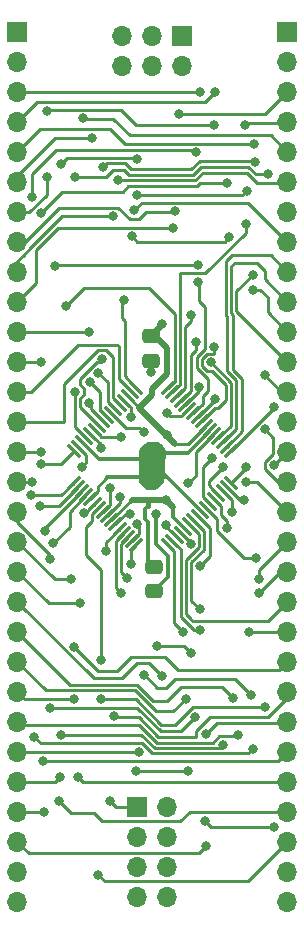
<source format=gbr>
%TF.GenerationSoftware,KiCad,Pcbnew,7.0.6-0*%
%TF.CreationDate,2023-07-25T21:46:34-07:00*%
%TF.ProjectId,84CP02,38344350-3032-42e6-9b69-6361645f7063,rev?*%
%TF.SameCoordinates,Original*%
%TF.FileFunction,Copper,L1,Top*%
%TF.FilePolarity,Positive*%
%FSLAX46Y46*%
G04 Gerber Fmt 4.6, Leading zero omitted, Abs format (unit mm)*
G04 Created by KiCad (PCBNEW 7.0.6-0) date 2023-07-25 21:46:34*
%MOMM*%
%LPD*%
G01*
G04 APERTURE LIST*
G04 Aperture macros list*
%AMRoundRect*
0 Rectangle with rounded corners*
0 $1 Rounding radius*
0 $2 $3 $4 $5 $6 $7 $8 $9 X,Y pos of 4 corners*
0 Add a 4 corners polygon primitive as box body*
4,1,4,$2,$3,$4,$5,$6,$7,$8,$9,$2,$3,0*
0 Add four circle primitives for the rounded corners*
1,1,$1+$1,$2,$3*
1,1,$1+$1,$4,$5*
1,1,$1+$1,$6,$7*
1,1,$1+$1,$8,$9*
0 Add four rect primitives between the rounded corners*
20,1,$1+$1,$2,$3,$4,$5,0*
20,1,$1+$1,$4,$5,$6,$7,0*
20,1,$1+$1,$6,$7,$8,$9,0*
20,1,$1+$1,$8,$9,$2,$3,0*%
G04 Aperture macros list end*
%TA.AperFunction,ComponentPad*%
%ADD10R,1.700000X1.700000*%
%TD*%
%TA.AperFunction,ComponentPad*%
%ADD11O,1.700000X1.700000*%
%TD*%
%TA.AperFunction,SMDPad,CuDef*%
%ADD12RoundRect,0.250000X-0.475000X0.337500X-0.475000X-0.337500X0.475000X-0.337500X0.475000X0.337500X0*%
%TD*%
%TA.AperFunction,SMDPad,CuDef*%
%ADD13RoundRect,0.075000X-0.521491X0.415425X0.415425X-0.521491X0.521491X-0.415425X-0.415425X0.521491X0*%
%TD*%
%TA.AperFunction,SMDPad,CuDef*%
%ADD14RoundRect,0.075000X-0.521491X-0.415425X-0.415425X-0.521491X0.521491X0.415425X0.415425X0.521491X0*%
%TD*%
%TA.AperFunction,ViaPad*%
%ADD15C,0.800000*%
%TD*%
%TA.AperFunction,Conductor*%
%ADD16C,0.350000*%
%TD*%
%TA.AperFunction,Conductor*%
%ADD17C,0.400000*%
%TD*%
%TA.AperFunction,Conductor*%
%ADD18C,0.500000*%
%TD*%
%TA.AperFunction,Conductor*%
%ADD19C,0.250000*%
%TD*%
G04 APERTURE END LIST*
D10*
%TO.P,J3,1,Pin_1*%
%TO.N,Net-(J3-Pin_1)*%
X145796000Y-122174000D03*
D11*
%TO.P,J3,2,Pin_2*%
%TO.N,GND*%
X148336000Y-122174000D03*
%TO.P,J3,3,Pin_3*%
%TO.N,Net-(J3-Pin_3)*%
X145796000Y-124714000D03*
%TO.P,J3,4,Pin_4*%
%TO.N,GND*%
X148336000Y-124714000D03*
%TO.P,J3,5,Pin_5*%
%TO.N,Net-(J3-Pin_5)*%
X145796000Y-127254000D03*
%TO.P,J3,6,Pin_6*%
%TO.N,GND*%
X148336000Y-127254000D03*
%TO.P,J3,7,Pin_7*%
%TO.N,Net-(J3-Pin_7)*%
X145796000Y-129794000D03*
%TO.P,J3,8,Pin_8*%
%TO.N,GND*%
X148336000Y-129794000D03*
%TD*%
D10*
%TO.P,J4,1,Pin_1*%
%TO.N,VCC*%
X149606000Y-56896000D03*
D11*
%TO.P,J4,2,Pin_2*%
%TO.N,GND*%
X149606000Y-59436000D03*
%TO.P,J4,3,Pin_3*%
%TO.N,VCC*%
X147066000Y-56896000D03*
%TO.P,J4,4,Pin_4*%
%TO.N,GND*%
X147066000Y-59436000D03*
%TO.P,J4,5,Pin_5*%
%TO.N,VCC*%
X144526000Y-56896000D03*
%TO.P,J4,6,Pin_6*%
%TO.N,GND*%
X144526000Y-59436000D03*
%TD*%
D12*
%TO.P,C1,1*%
%TO.N,VCC*%
X146939000Y-82296000D03*
%TO.P,C1,2*%
%TO.N,GND*%
X146939000Y-84371000D03*
%TD*%
D13*
%TO.P,U1,1,P1*%
%TO.N,/J2-17*%
X145713658Y-86689357D03*
%TO.P,U1,2,I/O/GTS2*%
%TO.N,/J1-13*%
X145360105Y-87042911D03*
%TO.P,U1,3,VCC*%
%TO.N,VCC*%
X145006551Y-87396464D03*
%TO.P,U1,4,P4*%
%TO.N,/J2-8*%
X144652998Y-87750018D03*
%TO.P,U1,5,I/O/GTS1*%
%TO.N,/J1-14*%
X144299445Y-88103571D03*
%TO.P,U1,6,P6*%
%TO.N,/J1-6*%
X143945891Y-88457124D03*
%TO.P,U1,7,P7*%
%TO.N,/J2-18*%
X143592338Y-88810678D03*
%TO.P,U1,8,P8*%
%TO.N,/J1-11*%
X143238785Y-89164231D03*
%TO.P,U1,9,P9*%
%TO.N,/J1-27*%
X142885231Y-89517785D03*
%TO.P,U1,10,P10*%
%TO.N,/J2-16*%
X142531678Y-89871338D03*
%TO.P,U1,11,P11*%
%TO.N,/J2-23*%
X142178124Y-90224891D03*
%TO.P,U1,12,P12*%
%TO.N,/J2-28*%
X141824571Y-90578445D03*
%TO.P,U1,13,P13*%
%TO.N,/J2-13*%
X141471018Y-90931998D03*
%TO.P,U1,14,GND*%
%TO.N,GND*%
X141117464Y-91285551D03*
%TO.P,U1,15,I/O/GCK1*%
%TO.N,/J2-22*%
X140763911Y-91639105D03*
%TO.P,U1,16,I/O/GCK2*%
%TO.N,/J1-23*%
X140410357Y-91992658D03*
D14*
%TO.P,U1,17,I/O/GCK3*%
%TO.N,/J2-19*%
X140410357Y-94697342D03*
%TO.P,U1,18,P18*%
%TO.N,/J2-25*%
X140763911Y-95050895D03*
%TO.P,U1,19,P19*%
%TO.N,/J2-27*%
X141117464Y-95404449D03*
%TO.P,U1,20,P20*%
%TO.N,/J2-26*%
X141471018Y-95758002D03*
%TO.P,U1,21,GND*%
%TO.N,GND*%
X141824571Y-96111555D03*
%TO.P,U1,22,P22*%
%TO.N,/J2-5*%
X142178124Y-96465109D03*
%TO.P,U1,23,P23*%
%TO.N,/J2-14*%
X142531678Y-96818662D03*
%TO.P,U1,24,P24*%
%TO.N,/J2-6*%
X142885231Y-97172215D03*
%TO.P,U1,25,P25*%
%TO.N,/J1-9*%
X143238785Y-97525769D03*
%TO.P,U1,26,VCCIO*%
%TO.N,VCC*%
X143592338Y-97879322D03*
%TO.P,U1,27,P27*%
%TO.N,/J2-12*%
X143945891Y-98232876D03*
%TO.P,U1,28,TDI*%
%TO.N,Net-(J3-Pin_1)*%
X144299445Y-98586429D03*
%TO.P,U1,29,TMS*%
%TO.N,Net-(J3-Pin_3)*%
X144652998Y-98939982D03*
%TO.P,U1,30,TCK*%
%TO.N,Net-(J3-Pin_5)*%
X145006551Y-99293536D03*
%TO.P,U1,31,P31*%
%TO.N,/J1-15*%
X145360105Y-99647089D03*
%TO.P,U1,32,P32*%
%TO.N,/J1-25*%
X145713658Y-100000643D03*
D13*
%TO.P,U1,33,P33*%
%TO.N,/J1-22*%
X148418342Y-100000643D03*
%TO.P,U1,34,P34*%
%TO.N,/J1-17*%
X148771895Y-99647089D03*
%TO.P,U1,35,P35*%
%TO.N,/J1-10*%
X149125449Y-99293536D03*
%TO.P,U1,36,P36*%
%TO.N,/J1-3*%
X149479002Y-98939982D03*
%TO.P,U1,37,VCC*%
%TO.N,VCC*%
X149832555Y-98586429D03*
%TO.P,U1,38,P38*%
%TO.N,/J2-20*%
X150186109Y-98232876D03*
%TO.P,U1,39,P39*%
%TO.N,/J1-8*%
X150539662Y-97879322D03*
%TO.P,U1,40,P40*%
%TO.N,/J2-15*%
X150893215Y-97525769D03*
%TO.P,U1,41,GND*%
%TO.N,GND*%
X151246769Y-97172215D03*
%TO.P,U1,42,P42*%
%TO.N,/J2-11*%
X151600322Y-96818662D03*
%TO.P,U1,43,P43*%
%TO.N,/J2-4*%
X151953876Y-96465109D03*
%TO.P,U1,44,P44*%
%TO.N,/J1-26*%
X152307429Y-96111555D03*
%TO.P,U1,45,P45*%
%TO.N,/J1-12*%
X152660982Y-95758002D03*
%TO.P,U1,46,P46*%
%TO.N,/J1-21*%
X153014536Y-95404449D03*
%TO.P,U1,47,P47*%
%TO.N,/J1-24*%
X153368089Y-95050895D03*
%TO.P,U1,48,P48*%
%TO.N,/J1-5*%
X153721643Y-94697342D03*
D14*
%TO.P,U1,49,P49*%
%TO.N,/J2-7*%
X153721643Y-91992658D03*
%TO.P,U1,50,P50*%
%TO.N,/J2-10*%
X153368089Y-91639105D03*
%TO.P,U1,51,P51*%
%TO.N,/J2-9*%
X153014536Y-91285551D03*
%TO.P,U1,52,P52*%
%TO.N,/J1-7*%
X152660982Y-90931998D03*
%TO.P,U1,53,TDO*%
%TO.N,Net-(J3-Pin_7)*%
X152307429Y-90578445D03*
%TO.P,U1,54,GND*%
%TO.N,GND*%
X151953876Y-90224891D03*
%TO.P,U1,55,VCCIO*%
%TO.N,VCC*%
X151600322Y-89871338D03*
%TO.P,U1,56,P56*%
%TO.N,/J1-16*%
X151246769Y-89517785D03*
%TO.P,U1,57,P57*%
%TO.N,/J1-28*%
X150893215Y-89164231D03*
%TO.P,U1,58,P58*%
%TO.N,/J1-18*%
X150539662Y-88810678D03*
%TO.P,U1,59,P59*%
%TO.N,/J1-20*%
X150186109Y-88457124D03*
%TO.P,U1,60,P60*%
%TO.N,/J2-24*%
X149832555Y-88103571D03*
%TO.P,U1,61,P61*%
%TO.N,/J1-4*%
X149479002Y-87750018D03*
%TO.P,U1,62,P62*%
%TO.N,/J2-3*%
X149125449Y-87396464D03*
%TO.P,U1,63,P63*%
%TO.N,/J2-21*%
X148771895Y-87042911D03*
%TO.P,U1,64,I/O/GSR*%
%TO.N,/J1-19*%
X148418342Y-86689357D03*
%TD*%
D12*
%TO.P,C2,1*%
%TO.N,VCC*%
X147193000Y-101811000D03*
%TO.P,C2,2*%
%TO.N,GND*%
X147193000Y-103886000D03*
%TD*%
D10*
%TO.P,J1,1,Pin_1*%
%TO.N,VCC*%
X135636000Y-56515000D03*
D11*
%TO.P,J1,2,Pin_2*%
X135636000Y-59055000D03*
%TO.P,J1,3,Pin_3*%
%TO.N,/J1-3*%
X135636000Y-61595000D03*
%TO.P,J1,4,Pin_4*%
%TO.N,/J1-4*%
X135636000Y-64135000D03*
%TO.P,J1,5,Pin_5*%
%TO.N,/J1-5*%
X135636000Y-66675000D03*
%TO.P,J1,6,Pin_6*%
%TO.N,/J1-6*%
X135636000Y-69215000D03*
%TO.P,J1,7,Pin_7*%
%TO.N,/J1-7*%
X135636000Y-71755000D03*
%TO.P,J1,8,Pin_8*%
%TO.N,/J1-8*%
X135636000Y-74295000D03*
%TO.P,J1,9,Pin_9*%
%TO.N,/J1-9*%
X135636000Y-76835000D03*
%TO.P,J1,10,Pin_10*%
%TO.N,/J1-10*%
X135636000Y-79375000D03*
%TO.P,J1,11,Pin_11*%
%TO.N,/J1-11*%
X135636000Y-81915000D03*
%TO.P,J1,12,Pin_12*%
%TO.N,/J1-12*%
X135636000Y-84455000D03*
%TO.P,J1,13,Pin_13*%
%TO.N,/J1-13*%
X135636000Y-86995000D03*
%TO.P,J1,14,Pin_14*%
%TO.N,/J1-14*%
X135636000Y-89535000D03*
%TO.P,J1,15,Pin_15*%
%TO.N,/J1-15*%
X135636000Y-92075000D03*
%TO.P,J1,16,Pin_16*%
%TO.N,/J1-16*%
X135636000Y-94615000D03*
%TO.P,J1,17,Pin_17*%
%TO.N,/J1-17*%
X135636000Y-97155000D03*
%TO.P,J1,18,Pin_18*%
%TO.N,/J1-18*%
X135636000Y-99695000D03*
%TO.P,J1,19,Pin_19*%
%TO.N,/J1-19*%
X135636000Y-102235000D03*
%TO.P,J1,20,Pin_20*%
%TO.N,/J1-20*%
X135636000Y-104775000D03*
%TO.P,J1,21,Pin_21*%
%TO.N,/J1-21*%
X135636000Y-107315000D03*
%TO.P,J1,22,Pin_22*%
%TO.N,/J1-22*%
X135636000Y-109855000D03*
%TO.P,J1,23,Pin_23*%
%TO.N,/J1-23*%
X135636000Y-112395000D03*
%TO.P,J1,24,Pin_24*%
%TO.N,/J1-24*%
X135636000Y-114935000D03*
%TO.P,J1,25,Pin_25*%
%TO.N,/J1-25*%
X135636000Y-117475000D03*
%TO.P,J1,26,Pin_26*%
%TO.N,/J1-26*%
X135636000Y-120015000D03*
%TO.P,J1,27,Pin_27*%
%TO.N,/J1-27*%
X135636000Y-122555000D03*
%TO.P,J1,28,Pin_28*%
%TO.N,/J1-28*%
X135636000Y-125095000D03*
%TO.P,J1,29,Pin_29*%
%TO.N,GND*%
X135636000Y-127635000D03*
%TO.P,J1,30,Pin_30*%
X135636000Y-130175000D03*
%TD*%
D10*
%TO.P,J2,1,Pin_1*%
%TO.N,VCC*%
X158496000Y-56515000D03*
D11*
%TO.P,J2,2,Pin_2*%
X158496000Y-59055000D03*
%TO.P,J2,3,Pin_3*%
%TO.N,/J2-3*%
X158496000Y-61595000D03*
%TO.P,J2,4,Pin_4*%
%TO.N,/J2-4*%
X158496000Y-64135000D03*
%TO.P,J2,5,Pin_5*%
%TO.N,/J2-5*%
X158496000Y-66675000D03*
%TO.P,J2,6,Pin_6*%
%TO.N,/J2-6*%
X158496000Y-69215000D03*
%TO.P,J2,7,Pin_7*%
%TO.N,/J2-7*%
X158496000Y-71755000D03*
%TO.P,J2,8,Pin_8*%
%TO.N,/J2-8*%
X158496000Y-74295000D03*
%TO.P,J2,9,Pin_9*%
%TO.N,/J2-9*%
X158496000Y-76835000D03*
%TO.P,J2,10,Pin_10*%
%TO.N,/J2-10*%
X158496000Y-79375000D03*
%TO.P,J2,11,Pin_11*%
%TO.N,/J2-11*%
X158496000Y-81915000D03*
%TO.P,J2,12,Pin_12*%
%TO.N,/J2-12*%
X158496000Y-84455000D03*
%TO.P,J2,13,Pin_13*%
%TO.N,/J2-13*%
X158496000Y-86995000D03*
%TO.P,J2,14,Pin_14*%
%TO.N,/J2-14*%
X158496000Y-89535000D03*
%TO.P,J2,15,Pin_15*%
%TO.N,/J2-15*%
X158496000Y-92075000D03*
%TO.P,J2,16,Pin_16*%
%TO.N,/J2-16*%
X158496000Y-94615000D03*
%TO.P,J2,17,Pin_17*%
%TO.N,/J2-17*%
X158496000Y-97155000D03*
%TO.P,J2,18,Pin_18*%
%TO.N,/J2-18*%
X158496000Y-99695000D03*
%TO.P,J2,19,Pin_19*%
%TO.N,/J2-19*%
X158496000Y-102235000D03*
%TO.P,J2,20,Pin_20*%
%TO.N,/J2-20*%
X158496000Y-104775000D03*
%TO.P,J2,21,Pin_21*%
%TO.N,/J2-21*%
X158496000Y-107315000D03*
%TO.P,J2,22,Pin_22*%
%TO.N,/J2-22*%
X158496000Y-109855000D03*
%TO.P,J2,23,Pin_23*%
%TO.N,/J2-23*%
X158496000Y-112395000D03*
%TO.P,J2,24,Pin_24*%
%TO.N,/J2-24*%
X158496000Y-114935000D03*
%TO.P,J2,25,Pin_25*%
%TO.N,/J2-25*%
X158496000Y-117475000D03*
%TO.P,J2,26,Pin_26*%
%TO.N,/J2-26*%
X158496000Y-120015000D03*
%TO.P,J2,27,Pin_27*%
%TO.N,/J2-27*%
X158496000Y-122555000D03*
%TO.P,J2,28,Pin_28*%
%TO.N,/J2-28*%
X158496000Y-125095000D03*
%TO.P,J2,29,Pin_29*%
%TO.N,GND*%
X158496000Y-127635000D03*
%TO.P,J2,30,Pin_30*%
X158496000Y-130175000D03*
%TD*%
D15*
%TO.N,VCC*%
X148296500Y-90638457D03*
X148259000Y-96139000D03*
X147915100Y-81248699D03*
%TO.N,GND*%
X147200149Y-92202000D03*
X146939000Y-85344000D03*
X147409500Y-97371500D03*
X147200149Y-94219702D03*
%TO.N,/J1-3*%
X151130000Y-61595000D03*
X150303409Y-99869225D03*
%TO.N,/J1-4*%
X152400000Y-61595000D03*
X150749000Y-82804000D03*
%TO.N,/J1-5*%
X154992500Y-93345000D03*
X155702000Y-66040000D03*
%TO.N,/J1-6*%
X141969500Y-65532000D03*
X142500897Y-85425897D03*
%TO.N,/J1-7*%
X138117497Y-68834000D03*
X152014559Y-84504255D03*
X138176000Y-63208500D03*
X152273000Y-64389000D03*
%TO.N,/J1-8*%
X148973902Y-71717500D03*
X151092728Y-105410000D03*
%TO.N,/J1-9*%
X143764000Y-72136000D03*
X144336000Y-95885000D03*
%TO.N,/J1-10*%
X148259000Y-98298000D03*
X148844000Y-73152000D03*
%TO.N,/J1-11*%
X141694500Y-81915000D03*
X141776397Y-86150397D03*
%TO.N,/J1-12*%
X137668000Y-84455000D03*
X137630500Y-71827451D03*
X153035000Y-93345000D03*
X153416000Y-69342000D03*
%TO.N,/J1-15*%
X139319000Y-67691000D03*
X145750649Y-98173856D03*
X145796000Y-67272500D03*
X137630500Y-92075000D03*
%TO.N,/J1-16*%
X136906000Y-94615000D03*
X136906000Y-70485000D03*
X152250640Y-83194574D03*
X150749000Y-66727000D03*
%TO.N,/J1-17*%
X150674586Y-114554000D03*
X138436000Y-101150503D03*
X151092728Y-107150500D03*
X138435500Y-113740000D03*
%TO.N,/J1-18*%
X150927500Y-76237500D03*
X140208000Y-102870000D03*
X150927500Y-77686500D03*
X138842500Y-76327000D03*
%TO.N,/J1-19*%
X140970000Y-104902000D03*
X139795500Y-79756000D03*
%TO.N,/J1-20*%
X148347136Y-88773000D03*
X147885500Y-111050736D03*
%TO.N,/J1-21*%
X153797000Y-97155000D03*
X153892228Y-112927932D03*
%TO.N,/J1-22*%
X149643500Y-107315000D03*
X149897500Y-112972745D03*
%TO.N,/J1-23*%
X140462000Y-113015500D03*
X137630500Y-93074503D03*
%TO.N,/J1-24*%
X154305000Y-116078000D03*
X154813000Y-96139000D03*
%TO.N,/J1-25*%
X145288000Y-101600000D03*
X145923000Y-117475000D03*
%TO.N,/J1-26*%
X139263748Y-119578748D03*
X139319000Y-116025500D03*
X153416000Y-98552000D03*
X153055500Y-116877500D03*
%TO.N,/J1-27*%
X141694500Y-87965589D03*
X137922000Y-122555000D03*
%TO.N,/J1-28*%
X152362500Y-87630000D03*
X151638000Y-125476000D03*
%TO.N,/J2-3*%
X149352000Y-63500000D03*
X150368000Y-80518000D03*
%TO.N,/J2-4*%
X154940000Y-64389000D03*
X152152393Y-92576607D03*
%TO.N,/J2-5*%
X141245609Y-97290743D03*
X141224000Y-63843500D03*
%TO.N,/J2-6*%
X143463373Y-95178226D03*
X144145000Y-69088000D03*
%TO.N,/J2-7*%
X157353000Y-88265000D03*
%TO.N,/J2-8*%
X145235500Y-89142048D03*
X145542000Y-71628000D03*
%TO.N,/J2-11*%
X155613000Y-78359000D03*
X155829000Y-101092000D03*
%TO.N,/J2-12*%
X145766500Y-70358000D03*
X155613000Y-77089000D03*
X155067000Y-69977000D03*
X145187629Y-97308629D03*
%TO.N,/J2-13*%
X140520000Y-86995000D03*
X140520500Y-68834000D03*
X156840701Y-68584299D03*
X156596000Y-85598000D03*
%TO.N,/J2-14*%
X142694541Y-113015500D03*
X156595500Y-113652432D03*
X142695541Y-109728000D03*
%TO.N,/J2-15*%
X151548500Y-123317000D03*
X157353000Y-123825000D03*
X151130966Y-101727967D03*
X157353000Y-93218000D03*
%TO.N,/J2-16*%
X155791500Y-67534484D03*
X156574199Y-90164700D03*
X142875000Y-67945000D03*
X142785479Y-84218205D03*
%TO.N,/J2-17*%
X153566049Y-73912926D03*
X145316500Y-73854000D03*
X144653000Y-79248000D03*
X154993000Y-94622792D03*
%TO.N,/J2-18*%
X146393500Y-110998000D03*
X156120500Y-102870000D03*
X146335500Y-90404355D03*
X155422431Y-112649000D03*
%TO.N,/J2-19*%
X137082963Y-116205000D03*
X136779000Y-95758000D03*
X155575000Y-117221000D03*
X156120500Y-104013000D03*
%TO.N,/J2-21*%
X155220500Y-107315000D03*
X154981051Y-72771000D03*
%TO.N,/J2-22*%
X140466299Y-108580701D03*
X141097000Y-93349997D03*
%TO.N,/J2-23*%
X144412950Y-90791050D03*
X143795500Y-114464500D03*
%TO.N,/J2-24*%
X151638000Y-115977500D03*
X151034000Y-86610294D03*
%TO.N,/J2-25*%
X137541000Y-96651983D03*
X137807463Y-118237000D03*
%TO.N,/J2-26*%
X138684000Y-99822000D03*
X140795541Y-119634000D03*
%TO.N,/J2-27*%
X137985500Y-98798553D03*
X139192000Y-121666000D03*
%TO.N,/J2-28*%
X142494000Y-127889000D03*
X142688800Y-91753200D03*
%TO.N,Net-(J3-Pin_1)*%
X143510000Y-121666000D03*
X143148400Y-100457000D03*
%TO.N,Net-(J3-Pin_3)*%
X144399000Y-104013000D03*
%TO.N,Net-(J3-Pin_5)*%
X145669000Y-119126000D03*
X150114000Y-119126000D03*
X144907000Y-102743000D03*
%TO.N,Net-(J3-Pin_7)*%
X150114000Y-94742000D03*
X147472400Y-108483400D03*
X150368228Y-109093000D03*
%TD*%
D16*
%TO.N,VCC*%
X146431000Y-96901000D02*
X146431000Y-97743994D01*
X146685000Y-97997994D02*
X146685000Y-101303000D01*
D17*
X147915100Y-81319900D02*
X147915100Y-81248699D01*
D18*
X148259000Y-96139000D02*
X146812000Y-96139000D01*
D19*
X146685000Y-101303000D02*
X147193000Y-101811000D01*
X150068171Y-91403489D02*
X151600322Y-89871338D01*
D18*
X145962543Y-88352457D02*
X149013576Y-91403489D01*
X147066000Y-86741000D02*
X147066000Y-87249000D01*
X147320000Y-82296000D02*
X148336000Y-83312000D01*
X146812000Y-96139000D02*
X145332660Y-96139000D01*
D16*
X148844000Y-96724000D02*
X148844000Y-97597874D01*
X146939000Y-82296000D02*
X147320000Y-82296000D01*
D19*
X145332660Y-96139000D02*
X143592338Y-97879322D01*
X145006551Y-87396464D02*
X145962543Y-88352457D01*
D18*
X146939000Y-82296000D02*
X147915100Y-81319900D01*
X147066000Y-87249000D02*
X145962543Y-88352457D01*
X148336000Y-85471000D02*
X147066000Y-86741000D01*
X148259000Y-96139000D02*
X148844000Y-96724000D01*
D16*
X146685000Y-96647000D02*
X146431000Y-96901000D01*
D19*
X148844000Y-97597874D02*
X149832555Y-98586429D01*
D17*
X146685000Y-96266000D02*
X146685000Y-96647000D01*
D19*
X149013576Y-91403489D02*
X150068171Y-91403489D01*
D16*
X146431000Y-97743994D02*
X146685000Y-97997994D01*
D18*
X148336000Y-83312000D02*
X148336000Y-85471000D01*
D19*
%TO.N,GND*%
X142494000Y-95442126D02*
X141824571Y-96111555D01*
D16*
X147200149Y-94219702D02*
X147214447Y-94234000D01*
X148368000Y-100870000D02*
X147409500Y-99911500D01*
X147751800Y-92202000D02*
X147751800Y-93677246D01*
X147200149Y-92202000D02*
X146692149Y-92710000D01*
X143256000Y-94234000D02*
X143129000Y-94361000D01*
X146692149Y-93845851D02*
X146304000Y-94234000D01*
X146692149Y-92710000D02*
X142541913Y-92710000D01*
X147751800Y-93677246D02*
X148308554Y-94234000D01*
X147214447Y-94234000D02*
X148308554Y-94234000D01*
X147200149Y-94219702D02*
X147185851Y-94234000D01*
D19*
X141117464Y-91285551D02*
X142541913Y-92710000D01*
D16*
X146304000Y-94234000D02*
X143256000Y-94234000D01*
D19*
X149976767Y-92202000D02*
X151953876Y-90224891D01*
D16*
X148368000Y-102711000D02*
X148368000Y-100870000D01*
D19*
X148569703Y-94495149D02*
X151246769Y-97172215D01*
D18*
X146939000Y-85344000D02*
X146939000Y-84371000D01*
D16*
X147193000Y-103886000D02*
X148368000Y-102711000D01*
D19*
X143129000Y-94361000D02*
X142494000Y-94996000D01*
D16*
X147200149Y-92202000D02*
X147751800Y-92202000D01*
X147185851Y-94234000D02*
X146304000Y-94234000D01*
X147409500Y-99911500D02*
X147409500Y-97371500D01*
X147751800Y-92202000D02*
X149976767Y-92202000D01*
D19*
X142494000Y-94996000D02*
X142494000Y-95442126D01*
D16*
X148308554Y-94234000D02*
X148569703Y-94495149D01*
D19*
X146934701Y-84840299D02*
X146939000Y-84836000D01*
D16*
X146692149Y-92710000D02*
X146692149Y-93845851D01*
D19*
%TO.N,/J1-3*%
X150303409Y-99764389D02*
X149479002Y-98939982D01*
X151130000Y-61595000D02*
X135636000Y-61595000D01*
X150303409Y-99869225D02*
X150303409Y-99764389D01*
%TO.N,/J1-4*%
X150749000Y-83440396D02*
X150309500Y-83879896D01*
X152400000Y-61595000D02*
X151511000Y-62484000D01*
X150749000Y-82804000D02*
X150749000Y-83440396D01*
X150309500Y-86919520D02*
X149479002Y-87750018D01*
X137287000Y-62484000D02*
X135636000Y-64135000D01*
X150309500Y-83879896D02*
X150309500Y-86919520D01*
X151511000Y-62484000D02*
X137287000Y-62484000D01*
%TO.N,/J1-5*%
X144742500Y-66002500D02*
X143510000Y-64770000D01*
X154992500Y-93426485D02*
X153721643Y-94697342D01*
X143510000Y-64770000D02*
X137541000Y-64770000D01*
X155702000Y-66040000D02*
X155664500Y-66002500D01*
X155664500Y-66002500D02*
X144742500Y-66002500D01*
X137541000Y-64770000D02*
X135636000Y-66675000D01*
%TO.N,/J1-6*%
X143945891Y-88457124D02*
X143281507Y-87792740D01*
X135636000Y-68707000D02*
X135636000Y-69215000D01*
X141969500Y-65532000D02*
X138811000Y-65532000D01*
X138811000Y-65532000D02*
X135636000Y-68707000D01*
X143281507Y-86206507D02*
X142500897Y-85425897D01*
X143281507Y-87792740D02*
X143281507Y-86206507D01*
%TO.N,/J1-7*%
X153728000Y-86217696D02*
X153728000Y-89864980D01*
X152261988Y-64400012D02*
X152273000Y-64389000D01*
X136661305Y-71755000D02*
X135636000Y-71755000D01*
X144399000Y-63119000D02*
X145680012Y-64400012D01*
X153728000Y-89864980D02*
X152660982Y-90931998D01*
X138117497Y-68834000D02*
X138117497Y-70298808D01*
X145680012Y-64400012D02*
X152261988Y-64400012D01*
X138265500Y-63119000D02*
X144399000Y-63119000D01*
X138117497Y-70298808D02*
X136661305Y-71755000D01*
X138176000Y-63208500D02*
X138265500Y-63119000D01*
X152014559Y-84504255D02*
X153728000Y-86217696D01*
%TO.N,/J1-8*%
X146558000Y-71755000D02*
X145923000Y-72390000D01*
X148973902Y-71717500D02*
X148936402Y-71755000D01*
X145161000Y-72390000D02*
X144182000Y-71411000D01*
X144182000Y-71411000D02*
X139155000Y-71411000D01*
X136271000Y-74295000D02*
X135636000Y-74295000D01*
X150379000Y-101455335D02*
X151478409Y-100355926D01*
X150379000Y-104696272D02*
X150379000Y-101455335D01*
X151478409Y-98818069D02*
X150539662Y-97879322D01*
X145923000Y-72390000D02*
X145161000Y-72390000D01*
X151092728Y-105410000D02*
X150379000Y-104696272D01*
X139155000Y-71411000D02*
X136271000Y-74295000D01*
X151478409Y-100355926D02*
X151478409Y-98818069D01*
X148936402Y-71755000D02*
X146558000Y-71755000D01*
%TO.N,/J1-9*%
X135636000Y-75946000D02*
X135636000Y-76835000D01*
X144336000Y-96428554D02*
X143238785Y-97525769D01*
X136811000Y-74771000D02*
X136811000Y-74781701D01*
X136122701Y-75470000D02*
X136112000Y-75470000D01*
X136811000Y-74781701D02*
X136122701Y-75470000D01*
X136112000Y-75470000D02*
X135636000Y-75946000D01*
X143764000Y-72136000D02*
X139446000Y-72136000D01*
X139446000Y-72136000D02*
X136811000Y-74771000D01*
X144336000Y-95885000D02*
X144336000Y-96428554D01*
%TO.N,/J1-10*%
X139088896Y-73129500D02*
X137261000Y-74957396D01*
X148259000Y-98427087D02*
X149125449Y-99293536D01*
X137261000Y-77750000D02*
X135636000Y-79375000D01*
X148821500Y-73129500D02*
X139088896Y-73129500D01*
X148844000Y-73152000D02*
X148821500Y-73129500D01*
X137261000Y-74957396D02*
X137261000Y-77750000D01*
X148259000Y-98298000D02*
X148259000Y-98427087D01*
%TO.N,/J1-11*%
X142670847Y-87044847D02*
X141776397Y-86150397D01*
X143238785Y-89164231D02*
X142670847Y-88596293D01*
X135636000Y-81915000D02*
X141694500Y-81915000D01*
X142670847Y-88596293D02*
X142670847Y-87044847D01*
%TO.N,/J1-12*%
X150876000Y-69596000D02*
X145034000Y-69596000D01*
X151835938Y-94932958D02*
X152660982Y-95758002D01*
X151835938Y-94544062D02*
X151835938Y-94932958D01*
X137668000Y-84455000D02*
X135636000Y-84455000D01*
X144553500Y-70076500D02*
X139381451Y-70076500D01*
X153416000Y-69342000D02*
X151130000Y-69342000D01*
X145034000Y-69596000D02*
X144553500Y-70076500D01*
X139381451Y-70076500D02*
X137630500Y-71827451D01*
X153035000Y-93345000D02*
X151835938Y-94544062D01*
X151130000Y-69342000D02*
X150876000Y-69596000D01*
%TO.N,/J1-13*%
X136838081Y-86995000D02*
X140789376Y-83043705D01*
X140789376Y-83043705D02*
X144130705Y-83043705D01*
X135636000Y-86995000D02*
X136838081Y-86995000D01*
X144130705Y-83043705D02*
X144272000Y-83185000D01*
X144272000Y-83185000D02*
X144272000Y-85954806D01*
X144272000Y-85954806D02*
X145360105Y-87042911D01*
%TO.N,/J1-14*%
X143731507Y-84041507D02*
X143731507Y-87535633D01*
X142459324Y-83493705D02*
X143183705Y-83493705D01*
X143731507Y-87535633D02*
X144299445Y-88103571D01*
X135636000Y-89535000D02*
X139573000Y-89535000D01*
X143183705Y-83493705D02*
X143731507Y-84041507D01*
X139573000Y-86380029D02*
X142459324Y-83493705D01*
X139573000Y-89535000D02*
X139573000Y-86380029D01*
%TO.N,/J1-15*%
X145750649Y-98173856D02*
X145928042Y-98351249D01*
X137630500Y-92075000D02*
X135636000Y-92075000D01*
X145928042Y-99079152D02*
X145360105Y-99647089D01*
X139319000Y-67691000D02*
X139832500Y-67177500D01*
X145701000Y-67177500D02*
X145796000Y-67272500D01*
X145928042Y-98351249D02*
X145928042Y-99079152D01*
X139832500Y-67177500D02*
X145701000Y-67177500D01*
%TO.N,/J1-16*%
X151289559Y-84203950D02*
X151289559Y-84804560D01*
X153278000Y-87739805D02*
X152662805Y-88355000D01*
X151714254Y-85229255D02*
X152103163Y-85229255D01*
X136906000Y-68581396D02*
X136906000Y-70485000D01*
X152250640Y-83779255D02*
X151714254Y-83779255D01*
X152103163Y-85229255D02*
X153278000Y-86404092D01*
X150570000Y-66548000D02*
X138939396Y-66548000D01*
X138939396Y-66548000D02*
X136906000Y-68581396D01*
X152409554Y-88355000D02*
X151246769Y-89517785D01*
X153278000Y-86404092D02*
X153278000Y-87739805D01*
X152662805Y-88355000D02*
X152409554Y-88355000D01*
X150749000Y-66727000D02*
X150570000Y-66548000D01*
X151289559Y-84804560D02*
X151714254Y-85229255D01*
X151714254Y-83779255D02*
X151289559Y-84203950D01*
X135636000Y-94615000D02*
X136906000Y-94615000D01*
X152250640Y-83194574D02*
X152250640Y-83779255D01*
%TO.N,/J1-17*%
X136811000Y-99219000D02*
X136811000Y-99208299D01*
X138436000Y-101150503D02*
X138436000Y-100844000D01*
X149479000Y-100354194D02*
X148771895Y-99647089D01*
X138436000Y-100844000D02*
X136811000Y-99219000D01*
X150583104Y-107150500D02*
X149479000Y-106046396D01*
X136811000Y-99208299D02*
X136122701Y-98520000D01*
X145758889Y-113740000D02*
X138435500Y-113740000D01*
X150674586Y-114554000D02*
X149473586Y-115755000D01*
X149479000Y-106046396D02*
X149479000Y-100354194D01*
X151092728Y-107150500D02*
X150583104Y-107150500D01*
X136122701Y-98520000D02*
X136112000Y-98520000D01*
X136112000Y-98520000D02*
X135636000Y-98044000D01*
X149473586Y-115755000D02*
X147773889Y-115755000D01*
X135636000Y-98044000D02*
X135636000Y-97155000D01*
X147773889Y-115755000D02*
X145758889Y-113740000D01*
%TO.N,/J1-18*%
X151759000Y-85910397D02*
X151759000Y-86910599D01*
X151334305Y-87335294D02*
X151334305Y-88016035D01*
X151003000Y-77762000D02*
X151003000Y-79311500D01*
X138811000Y-102870000D02*
X135636000Y-99695000D01*
X151511000Y-79819500D02*
X151511000Y-83346113D01*
X151759000Y-86910599D02*
X151334305Y-87335294D01*
X150839559Y-84017554D02*
X150839559Y-84990956D01*
X150839559Y-84990956D02*
X151759000Y-85910397D01*
X140208000Y-102870000D02*
X138811000Y-102870000D01*
X151003000Y-79311500D02*
X151511000Y-79819500D01*
X150927500Y-76237500D02*
X138932000Y-76237500D01*
X150927500Y-77686500D02*
X151003000Y-77762000D01*
X151334305Y-88016035D02*
X150539662Y-88810678D01*
X138932000Y-76237500D02*
X138842500Y-76327000D01*
X151511000Y-83346113D02*
X150839559Y-84017554D01*
%TO.N,/J1-19*%
X139795500Y-79756000D02*
X141319500Y-78232000D01*
X148959500Y-86148199D02*
X148418342Y-86689357D01*
X148959500Y-80379500D02*
X148959500Y-86148199D01*
X138303000Y-104902000D02*
X135636000Y-102235000D01*
X146812000Y-78232000D02*
X148959500Y-80379500D01*
X141319500Y-78232000D02*
X146812000Y-78232000D01*
X140970000Y-104902000D02*
X138303000Y-104902000D01*
%TO.N,/J1-20*%
X144526000Y-111252000D02*
X142113000Y-111252000D01*
X147880736Y-111050736D02*
X146812000Y-109982000D01*
X149618171Y-89025062D02*
X148599198Y-89025062D01*
X142113000Y-111252000D02*
X135636000Y-104775000D01*
X146812000Y-109982000D02*
X145796000Y-109982000D01*
X148599198Y-89025062D02*
X148347136Y-88773000D01*
X147885500Y-111050736D02*
X147880736Y-111050736D01*
X145796000Y-109982000D02*
X144526000Y-111252000D01*
%TO.N,/J1-21*%
X149479000Y-111988600D02*
X148310600Y-113157000D01*
X153797000Y-97155000D02*
X153797000Y-96186913D01*
X153797000Y-96186913D02*
X153014536Y-95404449D01*
X152952896Y-111988600D02*
X149479000Y-111988600D01*
X145779196Y-111818000D02*
X140139000Y-111818000D01*
X148310600Y-113157000D02*
X147118196Y-113157000D01*
X153892228Y-112927932D02*
X152952896Y-111988600D01*
X147118196Y-113157000D02*
X145779196Y-111818000D01*
X140139000Y-111818000D02*
X135636000Y-107315000D01*
%TO.N,/J1-22*%
X147370800Y-114046000D02*
X145592800Y-112268000D01*
X145592800Y-112268000D02*
X138049000Y-112268000D01*
X148943000Y-100525301D02*
X148418342Y-100000643D01*
X149897500Y-112972745D02*
X148824245Y-114046000D01*
X148943000Y-106614500D02*
X148943000Y-100525301D01*
X138049000Y-112268000D02*
X135636000Y-109855000D01*
X148824245Y-114046000D02*
X147370800Y-114046000D01*
X149643500Y-107315000D02*
X148943000Y-106614500D01*
%TO.N,/J1-23*%
X136256500Y-113015500D02*
X135636000Y-112395000D01*
X140462000Y-113015500D02*
X136256500Y-113015500D01*
X137630500Y-93074503D02*
X139328512Y-93074503D01*
X139328512Y-93074503D02*
X140410357Y-91992658D01*
%TO.N,/J1-24*%
X152205695Y-116702000D02*
X147448097Y-116702000D01*
X154230500Y-116152500D02*
X152755195Y-116152500D01*
X154813000Y-96139000D02*
X154456194Y-96139000D01*
X152755195Y-116152500D02*
X152205695Y-116702000D01*
X147448097Y-116702000D02*
X145935097Y-115189000D01*
X145935097Y-115189000D02*
X135890000Y-115189000D01*
X154305000Y-116078000D02*
X154230500Y-116152500D01*
X135890000Y-115189000D02*
X135636000Y-114935000D01*
X154456194Y-96139000D02*
X153368089Y-95050895D01*
%TO.N,/J1-25*%
X145288000Y-101600000D02*
X145288000Y-100426301D01*
X145923000Y-117475000D02*
X135636000Y-117475000D01*
X145288000Y-100426301D02*
X145713658Y-100000643D01*
%TO.N,/J1-26*%
X146135201Y-116025500D02*
X147261701Y-117152000D01*
X152908000Y-97409000D02*
X152908000Y-96712126D01*
X139319000Y-116025500D02*
X146135201Y-116025500D01*
X147261701Y-117152000D02*
X152781000Y-117152000D01*
X152781000Y-117152000D02*
X153055500Y-116877500D01*
X153416000Y-97917000D02*
X152908000Y-97409000D01*
X138827496Y-120015000D02*
X135636000Y-120015000D01*
X139263748Y-119578748D02*
X138827496Y-120015000D01*
X152908000Y-96712126D02*
X152307429Y-96111555D01*
X153416000Y-98552000D02*
X153416000Y-97917000D01*
%TO.N,/J1-27*%
X141859000Y-88491554D02*
X142885231Y-89517785D01*
X141694500Y-87965589D02*
X141859000Y-88130089D01*
X137922000Y-122555000D02*
X135636000Y-122555000D01*
X141859000Y-88130089D02*
X141859000Y-88491554D01*
%TO.N,/J1-28*%
X150893215Y-89164231D02*
X152362500Y-87694946D01*
X151638000Y-125476000D02*
X151035000Y-126079000D01*
X151035000Y-126079000D02*
X136620000Y-126079000D01*
X152362500Y-87694946D02*
X152362500Y-87630000D01*
X136620000Y-126079000D02*
X135636000Y-125095000D01*
%TO.N,/J2-3*%
X149859500Y-86662413D02*
X149125449Y-87396464D01*
X150368000Y-81026000D02*
X149859500Y-81534500D01*
X149352000Y-63500000D02*
X156591000Y-63500000D01*
X149859500Y-81534500D02*
X149859500Y-86662413D01*
X150368000Y-80518000D02*
X150368000Y-81026000D01*
X156591000Y-63500000D02*
X158496000Y-61595000D01*
%TO.N,/J2-4*%
X158369000Y-64262000D02*
X158496000Y-64135000D01*
X155067000Y-64262000D02*
X158369000Y-64262000D01*
X151385938Y-95897171D02*
X151953876Y-96465109D01*
X152152393Y-92576607D02*
X151385938Y-93343062D01*
X154940000Y-64389000D02*
X155067000Y-64262000D01*
X151385938Y-93343062D02*
X151385938Y-95897171D01*
%TO.N,/J2-5*%
X141261500Y-63881000D02*
X143764000Y-63881000D01*
X143764000Y-63881000D02*
X145161000Y-65278000D01*
X145161000Y-65278000D02*
X157099000Y-65278000D01*
X141352490Y-97290743D02*
X142178124Y-96465109D01*
X157099000Y-65278000D02*
X158496000Y-66675000D01*
X141224000Y-63843500D02*
X141261500Y-63881000D01*
X141245609Y-97290743D02*
X141352490Y-97290743D01*
%TO.N,/J2-6*%
X144145000Y-69088000D02*
X150686097Y-69088000D01*
X155048315Y-68453000D02*
X155904614Y-69309299D01*
X155904614Y-69309299D02*
X158401701Y-69309299D01*
X150686097Y-69088000D02*
X151321097Y-68453000D01*
X143463373Y-95178226D02*
X143488524Y-95203377D01*
X158401701Y-69309299D02*
X158496000Y-69215000D01*
X143488524Y-95203377D02*
X143488524Y-96568922D01*
X151321097Y-68453000D02*
X155048315Y-68453000D01*
X143488524Y-96568922D02*
X142885231Y-97172215D01*
%TO.N,/J2-7*%
X153721643Y-91992658D02*
X157353000Y-88361301D01*
X157353000Y-88361301D02*
X157353000Y-88265000D01*
%TO.N,/J2-8*%
X146177000Y-70993000D02*
X155194000Y-70993000D01*
X145542000Y-71628000D02*
X146177000Y-70993000D01*
X144652998Y-87750018D02*
X145235500Y-88332520D01*
X145235500Y-88332520D02*
X145235500Y-89142048D01*
X155194000Y-70993000D02*
X158496000Y-74295000D01*
%TO.N,/J2-9*%
X153416000Y-85269300D02*
X154178000Y-86031300D01*
X154178000Y-86031300D02*
X154178000Y-90122087D01*
X153289000Y-75947396D02*
X153289000Y-80520792D01*
X153289000Y-80520792D02*
X153416000Y-80647792D01*
X153798396Y-75438000D02*
X153289000Y-75947396D01*
X157099000Y-75438000D02*
X153798396Y-75438000D01*
X154178000Y-90122087D02*
X153014536Y-91285551D01*
X153416000Y-80647792D02*
X153416000Y-85269300D01*
X158496000Y-76835000D02*
X157099000Y-75438000D01*
%TO.N,/J2-10*%
X154686000Y-85902904D02*
X154686000Y-90321194D01*
X158496000Y-79375000D02*
X156591000Y-77470000D01*
X156591000Y-76747848D02*
X155916152Y-76073000D01*
X156591000Y-77470000D02*
X156591000Y-76747848D01*
X153739000Y-80334396D02*
X153924000Y-80519396D01*
X154686000Y-90321194D02*
X153368089Y-91639105D01*
X155916152Y-76073000D02*
X154051000Y-76073000D01*
X153924000Y-80519396D02*
X153924000Y-85140904D01*
X153924000Y-85140904D02*
X154686000Y-85902904D01*
X154051000Y-76073000D02*
X153739000Y-76385000D01*
X153739000Y-76385000D02*
X153739000Y-80334396D01*
%TO.N,/J2-11*%
X156845000Y-78994000D02*
X156845000Y-80264000D01*
X156210000Y-78359000D02*
X156845000Y-78994000D01*
X155613000Y-78359000D02*
X156210000Y-78359000D01*
X154813000Y-101092000D02*
X152527000Y-98806000D01*
X152527000Y-98806000D02*
X152527000Y-97745340D01*
X156845000Y-80264000D02*
X158496000Y-81915000D01*
X152527000Y-97745340D02*
X151600322Y-96818662D01*
X155829000Y-101092000D02*
X154813000Y-101092000D01*
%TO.N,/J2-12*%
X144870138Y-97308629D02*
X145187629Y-97308629D01*
X155575000Y-77089000D02*
X154189000Y-78475000D01*
X143945891Y-98232876D02*
X144870138Y-97308629D01*
X145766500Y-70358000D02*
X154686000Y-70358000D01*
X154686000Y-70358000D02*
X155067000Y-69977000D01*
X155613000Y-77089000D02*
X155575000Y-77089000D01*
X154189000Y-78475000D02*
X154189000Y-80148000D01*
X154189000Y-80148000D02*
X158496000Y-84455000D01*
%TO.N,/J2-13*%
X140520000Y-89980980D02*
X141471018Y-90931998D01*
X140520000Y-86995000D02*
X140520000Y-89980980D01*
X151192701Y-67945000D02*
X155176711Y-67945000D01*
X143133653Y-68834000D02*
X143600000Y-68367653D01*
X158496000Y-86995000D02*
X157993000Y-86995000D01*
X157993000Y-86995000D02*
X156596000Y-85598000D01*
X143758500Y-68199000D02*
X144651604Y-68199000D01*
X140520500Y-68834000D02*
X143133653Y-68834000D01*
X143600000Y-68357500D02*
X143758500Y-68199000D01*
X144651604Y-68199000D02*
X145079604Y-68627000D01*
X155816010Y-68584299D02*
X156840701Y-68584299D01*
X145079604Y-68627000D02*
X150510701Y-68627000D01*
X155176711Y-67945000D02*
X155816010Y-68584299D01*
X143600000Y-68367653D02*
X143600000Y-68357500D01*
X150510701Y-68627000D02*
X151192701Y-67945000D01*
%TO.N,/J2-14*%
X142748000Y-102108000D02*
X141478000Y-100838000D01*
X141478000Y-98425000D02*
X141963740Y-97939260D01*
X141963740Y-97386600D02*
X142531678Y-96818662D01*
X142748000Y-109675541D02*
X142748000Y-102108000D01*
X141963740Y-97939260D02*
X141963740Y-97386600D01*
X145670785Y-113015500D02*
X142694541Y-113015500D01*
X156595500Y-113652432D02*
X150550849Y-113652432D01*
X142695541Y-109728000D02*
X142748000Y-109675541D01*
X149014281Y-115189000D02*
X147844285Y-115189000D01*
X147844285Y-115189000D02*
X145670785Y-113015500D01*
X141478000Y-100838000D02*
X141478000Y-98425000D01*
X150550849Y-113652432D02*
X149014281Y-115189000D01*
%TO.N,/J2-15*%
X152056500Y-123825000D02*
X151548500Y-123317000D01*
X151928409Y-100930524D02*
X151928409Y-98560963D01*
X151928409Y-98560963D02*
X150893215Y-97525769D01*
X151130966Y-101727967D02*
X151928409Y-100930524D01*
X158496000Y-92075000D02*
X157353000Y-93218000D01*
X157353000Y-123825000D02*
X152056500Y-123825000D01*
%TO.N,/J2-16*%
X140970000Y-86419695D02*
X141245000Y-86694695D01*
X145266000Y-68177000D02*
X150324305Y-68177000D01*
X142875000Y-67945000D02*
X143192500Y-67627500D01*
X150324305Y-68177000D02*
X151064305Y-67437000D01*
X140970000Y-87570305D02*
X140970000Y-88309660D01*
X141245000Y-87295305D02*
X140970000Y-87570305D01*
X142511684Y-84492000D02*
X142410195Y-84492000D01*
X151064305Y-67437000D02*
X155694016Y-67437000D01*
X140970000Y-85932195D02*
X140970000Y-86419695D01*
X157309499Y-92236196D02*
X156628000Y-92917695D01*
X140970000Y-88309660D02*
X142531678Y-89871338D01*
X156628000Y-92917695D02*
X156628000Y-93518305D01*
X155694016Y-67437000D02*
X155791500Y-67534484D01*
X156628000Y-93518305D02*
X157724695Y-94615000D01*
X157309499Y-90900000D02*
X157309499Y-92236196D01*
X144716500Y-67627500D02*
X145266000Y-68177000D01*
X142410195Y-84492000D02*
X140970000Y-85932195D01*
X143192500Y-67627500D02*
X144716500Y-67627500D01*
X142785479Y-84218205D02*
X142511684Y-84492000D01*
X157724695Y-94615000D02*
X158496000Y-94615000D01*
X156574199Y-90164700D02*
X157309499Y-90900000D01*
X141245000Y-86694695D02*
X141245000Y-87295305D01*
%TO.N,/J2-17*%
X145757500Y-74295000D02*
X145316500Y-73854000D01*
X144722000Y-85697699D02*
X145713658Y-86689357D01*
X144722000Y-80968000D02*
X144722000Y-85697699D01*
X144526000Y-79375000D02*
X144526000Y-80772000D01*
X144526000Y-80772000D02*
X144722000Y-80968000D01*
X155963792Y-94622792D02*
X154993000Y-94622792D01*
X153566049Y-73912926D02*
X153183975Y-74295000D01*
X153183975Y-74295000D02*
X145757500Y-74295000D01*
X144653000Y-79248000D02*
X144526000Y-79375000D01*
X158496000Y-97155000D02*
X155963792Y-94622792D01*
%TO.N,/J2-18*%
X144824660Y-90043000D02*
X143592338Y-88810678D01*
X154076231Y-111302800D02*
X155422431Y-112649000D01*
X146335500Y-90404355D02*
X145974145Y-90043000D01*
X148259800Y-112039400D02*
X148996400Y-111302800D01*
X156120500Y-102070500D02*
X158496000Y-99695000D01*
X146393500Y-110998000D02*
X146431000Y-110998000D01*
X148996400Y-111302800D02*
X154076231Y-111302800D01*
X146431000Y-110998000D02*
X147472400Y-112039400D01*
X147472400Y-112039400D02*
X148259800Y-112039400D01*
X145974145Y-90043000D02*
X144824660Y-90043000D01*
X156120500Y-102870000D02*
X156120500Y-102070500D01*
%TO.N,/J2-19*%
X156120500Y-104013000D02*
X157898500Y-102235000D01*
X155575000Y-117221000D02*
X155194000Y-117602000D01*
X139349699Y-95758000D02*
X140410357Y-94697342D01*
X146223305Y-116750000D02*
X137627963Y-116750000D01*
X155194000Y-117602000D02*
X147075305Y-117602000D01*
X137627963Y-116750000D02*
X137082963Y-116205000D01*
X147075305Y-117602000D02*
X146223305Y-116750000D01*
X136779000Y-95758000D02*
X139349699Y-95758000D01*
X157898500Y-102235000D02*
X158496000Y-102235000D01*
%TO.N,/J2-20*%
X150495000Y-106426000D02*
X156845000Y-106426000D01*
X151028409Y-100169530D02*
X149929000Y-101268939D01*
X150362500Y-106252695D02*
X150362500Y-106293500D01*
X150362500Y-106293500D02*
X150495000Y-106426000D01*
X149929000Y-101268939D02*
X149929000Y-105828000D01*
X150186109Y-98232876D02*
X151028409Y-99075176D01*
X156845000Y-106426000D02*
X158496000Y-104775000D01*
X151028409Y-99075176D02*
X151028409Y-100169530D01*
X149937805Y-105828000D02*
X150362500Y-106252695D01*
X149929000Y-105828000D02*
X149937805Y-105828000D01*
%TO.N,/J2-21*%
X154981051Y-73523229D02*
X151542280Y-76962000D01*
X154981051Y-72771000D02*
X154981051Y-73523229D01*
X149409500Y-86405306D02*
X148771895Y-87042911D01*
X149409500Y-76962000D02*
X149409500Y-86405306D01*
X151542280Y-76962000D02*
X149409500Y-76962000D01*
X155220500Y-107315000D02*
X158496000Y-107315000D01*
%TO.N,/J2-22*%
X148132260Y-109448600D02*
X149275260Y-110591600D01*
X141097000Y-93349997D02*
X141478000Y-92968997D01*
X157759400Y-110591600D02*
X158496000Y-109855000D01*
X140466299Y-108580701D02*
X142502598Y-110617000D01*
X144119600Y-110617000D02*
X145288000Y-109448600D01*
X149275260Y-110591600D02*
X157759400Y-110591600D01*
X145288000Y-109448600D02*
X148132260Y-109448600D01*
X141478000Y-92353194D02*
X140763911Y-91639105D01*
X142502598Y-110617000D02*
X144119600Y-110617000D01*
X141478000Y-92968997D02*
X141478000Y-92353194D01*
%TO.N,/J2-23*%
X142746062Y-90792829D02*
X142178124Y-90224891D01*
X150749000Y-116205000D02*
X147587493Y-116205000D01*
X143885000Y-114554000D02*
X143795500Y-114464500D01*
X143112789Y-90792829D02*
X142746062Y-90792829D01*
X144412950Y-90791050D02*
X143114568Y-90791050D01*
X143114568Y-90791050D02*
X143112789Y-90792829D01*
X156845000Y-114554000D02*
X151917400Y-114554000D01*
X158496000Y-112395000D02*
X158496000Y-112903000D01*
X147587493Y-116205000D02*
X145936493Y-114554000D01*
X158496000Y-112903000D02*
X156845000Y-114554000D01*
X151917400Y-114554000D02*
X150749000Y-115722400D01*
X150749000Y-115722400D02*
X150749000Y-116205000D01*
X145936493Y-114554000D02*
X143885000Y-114554000D01*
%TO.N,/J2-24*%
X152553500Y-115062000D02*
X158369000Y-115062000D01*
X151638000Y-115977500D02*
X152553500Y-115062000D01*
X151034000Y-86610294D02*
X151034000Y-86902126D01*
X158369000Y-115062000D02*
X158496000Y-114935000D01*
X151034000Y-86902126D02*
X149832555Y-88103571D01*
%TO.N,/J2-25*%
X157734000Y-118237000D02*
X158496000Y-117475000D01*
X137541000Y-96651983D02*
X139162823Y-96651983D01*
X139162823Y-96651983D02*
X140763911Y-95050895D01*
X137807463Y-118237000D02*
X157734000Y-118237000D01*
%TO.N,/J2-26*%
X140081000Y-97148020D02*
X141471018Y-95758002D01*
X141176541Y-120015000D02*
X158496000Y-120015000D01*
X140795541Y-119634000D02*
X141176541Y-120015000D01*
X138684000Y-99822000D02*
X140081000Y-98425000D01*
X140081000Y-98425000D02*
X140081000Y-97148020D01*
%TO.N,/J2-27*%
X142169848Y-122680000D02*
X142838848Y-123349000D01*
X139192000Y-121666000D02*
X140208000Y-122682000D01*
X142838848Y-123349000D02*
X149447000Y-123349000D01*
X140413695Y-122682000D02*
X140415695Y-122680000D01*
X137985500Y-98536413D02*
X141117464Y-95404449D01*
X137985500Y-98798553D02*
X137985500Y-98536413D01*
X150241000Y-122555000D02*
X158496000Y-122555000D01*
X149447000Y-123349000D02*
X150241000Y-122555000D01*
X140415695Y-122680000D02*
X142169848Y-122680000D01*
X140208000Y-122682000D02*
X140413695Y-122682000D01*
%TO.N,/J2-28*%
X142494000Y-127889000D02*
X143034000Y-128429000D01*
X155162000Y-128429000D02*
X158496000Y-125095000D01*
X142688800Y-91753200D02*
X142688800Y-91442674D01*
X143034000Y-128429000D02*
X155162000Y-128429000D01*
X142688800Y-91442674D02*
X141824571Y-90578445D01*
%TO.N,Net-(J3-Pin_1)*%
X143510000Y-121666000D02*
X144018000Y-122174000D01*
X143148400Y-100457000D02*
X143148400Y-99737474D01*
X143148400Y-99737474D02*
X144299445Y-98586429D01*
X144018000Y-122174000D02*
X145796000Y-122174000D01*
%TO.N,Net-(J3-Pin_3)*%
X143988614Y-99604366D02*
X144652998Y-98939982D01*
X143988614Y-103602614D02*
X143988614Y-99604366D01*
X144399000Y-104013000D02*
X143988614Y-103602614D01*
%TO.N,Net-(J3-Pin_5)*%
X144438614Y-99861473D02*
X145006551Y-99293536D01*
X144438614Y-102274614D02*
X144438614Y-99861473D01*
X145669000Y-119126000D02*
X150114000Y-119126000D01*
X144907000Y-102743000D02*
X144438614Y-102274614D01*
%TO.N,Net-(J3-Pin_7)*%
X150749000Y-94107000D02*
X150749000Y-92136874D01*
X149758628Y-108483400D02*
X150368228Y-109093000D01*
X150114000Y-94742000D02*
X150749000Y-94107000D01*
X150749000Y-92136874D02*
X152307429Y-90578445D01*
X147472400Y-108483400D02*
X149758628Y-108483400D01*
%TD*%
%TA.AperFunction,Conductor*%
%TO.N,GND*%
G36*
X146750265Y-91238744D02*
G01*
X147602637Y-91280323D01*
X147668633Y-91303250D01*
X147680017Y-91313417D01*
X147680417Y-91312974D01*
X147685244Y-91317320D01*
X147685247Y-91317323D01*
X147798522Y-91399622D01*
X147814406Y-91411163D01*
X147847849Y-91447683D01*
X148189352Y-92016854D01*
X148206964Y-92084468D01*
X148206821Y-92087726D01*
X148059557Y-94664837D01*
X148036080Y-94730644D01*
X148017677Y-94750851D01*
X147456727Y-95244488D01*
X147393395Y-95273999D01*
X147374809Y-95275400D01*
X146607757Y-95275400D01*
X146540718Y-95255715D01*
X146522045Y-95241008D01*
X146012088Y-94753223D01*
X145977249Y-94692659D01*
X145973800Y-94663615D01*
X145973800Y-91894882D01*
X145993485Y-91827843D01*
X146006680Y-91810779D01*
X146267992Y-91527691D01*
X146291732Y-91507702D01*
X146676878Y-91258490D01*
X146743854Y-91238599D01*
X146750265Y-91238744D01*
G37*
%TD.AperFunction*%
%TD*%
M02*

</source>
